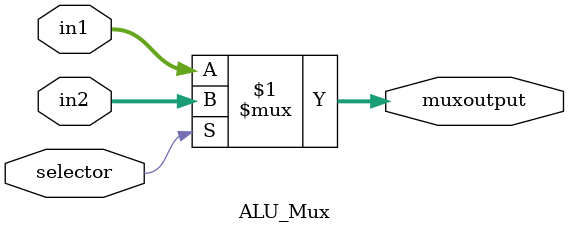
<source format=v>
`timescale 1ns / 1ps


module ALU_Mux
(
         input   [31:0]   in1, 
         input   [31:0]   in2,
         input           selector,
         output  [31:0]   muxoutput
);
       
        assign muxoutput = selector ? in2 : in1; //if the selector is true pick in1 else in2
       

endmodule

</source>
